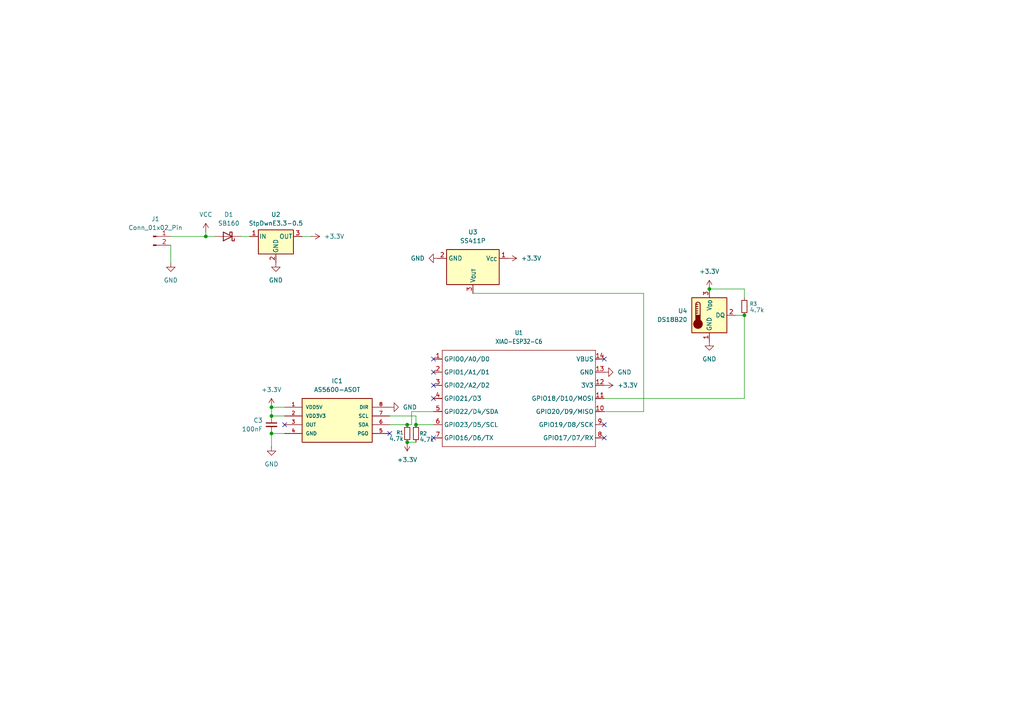
<source format=kicad_sch>
(kicad_sch (version 20250114) (generator "eeschema") (generator_version "9.0")
  (paper "A4")
  (lib_symbols
    (symbol "AS5600-ASOT:AS5600-ASOT" (pin_names (offset 1.016))
      (property "Reference" "IC" (at 6.35 5.08 0))
      (property "Value" "AS5600-ASOT" (at 6.35 -12.7 0))
      (symbol "AS5600-ASOT_0_0"
        (rectangle (start 5.08 -10.16) (end 25.4 2.54) (stroke (width 0.254)) (fill (type background)))
        (pin bidirectional line (at 0 0 0) (length 5.08) (name "VDD5V") (number "1"))
        (pin bidirectional line (at 0 -2.54 0) (length 5.08) (name "VDD3V3") (number "2"))
        (pin bidirectional line (at 0 -5.08 0) (length 5.08) (name "OUT") (number "3"))
        (pin bidirectional line (at 0 -7.62 0) (length 5.08) (name "GND") (number "4"))
        (pin bidirectional line (at 30.48 0 180) (length 5.08) (name "DIR") (number "8"))
        (pin bidirectional line (at 30.48 -2.54 180) (length 5.08) (name "SCL") (number "7"))
        (pin bidirectional line (at 30.48 -5.08 180) (length 5.08) (name "SDA") (number "6"))
        (pin bidirectional line (at 30.48 -7.62 180) (length 5.08) (name "PGO") (number "5"))
      )
    )
    (symbol "Connector:Conn_01x02_Pin" (pin_names (offset 1.016) (hide yes))
      (property "Reference" "J" (at 0 2.54 0))
      (property "Value" "Conn_01x02_Pin" (at 0 -5.08 0))
      (symbol "Conn_01x02_Pin_1_1"
        (rectangle (start 0.8636 0.127) (end 0 -0.127) (stroke (width 0.1524)) (fill (type outline)))
        (rectangle (start 0.8636 -2.413) (end 0 -2.667) (stroke (width 0.1524)) (fill (type outline)))
        (polyline (pts (xy 1.27 0) (xy 0.8636 0)) (stroke (width 0.1524)))
        (polyline (pts (xy 1.27 -2.54) (xy 0.8636 -2.54)) (stroke (width 0.1524)))
        (pin passive line (at 5.08 0 180) (length 3.81) (name "Pin_1") (number "1"))
        (pin passive line (at 5.08 -2.54 180) (length 3.81) (name "Pin_2") (number "2"))
      )
    )
    (symbol "Custom:SS411P"
      (property "Reference" "U" (at 0 11.43 0))
      (property "Value" "SS411P" (at 0 8.89 0))
      (symbol "SS411P_0_1"
        (rectangle (start -5.08 7.62) (end 5.08 -7.62) (stroke (width 0.254)) (fill (type background)))
      )
      (symbol "SS411P_1_1"
        (pin power_in line (at -2.54 10.16 270) (length 2.54) (name "V_{CC}") (number "1"))
        (pin power_in line (at -2.54 -10.16 90) (length 2.54) (name "GND") (number "2"))
        (pin open_collector line (at 7.62 0 180) (length 2.54) (name "V_{OUT}") (number "3"))
      )
    )
    (symbol "Device:C_Small" (pin_numbers (hide yes)) (pin_names (offset 0.254) (hide yes))
      (property "Reference" "C" (at 0.254 1.778 0))
      (property "Value" "C_Small" (at 0.254 -2.032 0))
      (symbol "C_Small_0_1"
        (polyline (pts (xy -1.524 0.508) (xy 1.524 0.508)) (stroke (width 0.3048)))
        (polyline (pts (xy -1.524 -0.508) (xy 1.524 -0.508)) (stroke (width 0.3302)))
      )
      (symbol "C_Small_1_1"
        (pin passive line (at 0 2.54 270) (length 2.032) (name "~") (number "1"))
        (pin passive line (at 0 -2.54 90) (length 2.032) (name "~") (number "2"))
      )
    )
    (symbol "Device:R_Small" (pin_numbers (hide yes)) (pin_names (offset 0.254) (hide yes))
      (property "Reference" "R" (at 0 0 90))
      (property "Value" "R_Small" (at 1.778 0 90))
      (symbol "R_Small_0_1"
        (rectangle (start -0.762 1.778) (end 0.762 -1.778) (stroke (width 0.2032)))
      )
      (symbol "R_Small_1_1"
        (pin passive line (at 0 2.54 270) (length 0.762) (name "~") (number "1"))
        (pin passive line (at 0 -2.54 90) (length 0.762) (name "~") (number "2"))
      )
    )
    (symbol "Diode:SB160" (pin_numbers (hide yes)) (pin_names (offset 1.016) (hide yes))
      (property "Reference" "D" (at 0 2.54 0))
      (property "Value" "SB160" (at 0 -2.54 0))
      (symbol "SB160_0_1"
        (polyline (pts (xy -1.905 0.635) (xy -1.905 1.27) (xy -1.27 1.27) (xy -1.27 -1.27) (xy -0.635 -1.27) (xy -0.635 -0.635)) (stroke (width 0.254)))
        (polyline (pts (xy 1.27 1.27) (xy 1.27 -1.27) (xy -1.27 0) (xy 1.27 1.27)) (stroke (width 0.254)))
        (polyline (pts (xy 1.27 0) (xy -1.27 0)))
      )
      (symbol "SB160_1_1"
        (pin passive line (at -3.81 0 0) (length 2.54) (name "K") (number "1"))
        (pin passive line (at 3.81 0 180) (length 2.54) (name "A") (number "2"))
      )
    )
    (symbol "Regulator_Switching:R-78E3.3-0.5" (pin_names (offset 0.254))
      (property "Reference" "U" (at -3.81 3.175 0))
      (property "Value" "R-78E3.3-0.5" (at 0 3.175 0))
      (symbol "R-78E3.3-0.5_0_1"
        (rectangle (start -5.08 1.905) (end 5.08 -5.08) (stroke (width 0.254)) (fill (type background)))
      )
      (symbol "R-78E3.3-0.5_1_1"
        (pin power_in line (at -7.62 0 0) (length 2.54) (name "IN") (number "1"))
        (pin power_in line (at 0 -7.62 90) (length 2.54) (name "GND") (number "2"))
        (pin power_out line (at 7.62 0 180) (length 2.54) (name "OUT") (number "3"))
      )
    )
    (symbol "Seeed_Studio_XIAO_Series:XIAO_ESP32-C6-DIP"
      (property "Reference" "U" (at -20.574 17.018 0))
      (property "Value" "XIAO-ESP32-C6" (at -15.24 14.986 0))
      (symbol "XIAO_ESP32-C6-DIP_1_0"
        (polyline (pts (xy -21.59 13.97) (xy 22.86 13.97)) (stroke (width 0.1524)))
        (polyline (pts (xy -21.59 11.43) (xy -22.86 11.43)) (stroke (width 0.1524)))
        (polyline (pts (xy -21.59 11.43) (xy -21.59 13.97)) (stroke (width 0.1524)))
        (polyline (pts (xy -21.59 7.62) (xy -22.86 7.62)) (stroke (width 0.1524)))
        (polyline (pts (xy -21.59 7.62) (xy -21.59 11.43)) (stroke (width 0.1524)))
        (polyline (pts (xy -21.59 3.81) (xy -22.86 3.81)) (stroke (width 0.1524)))
        (polyline (pts (xy -21.59 3.81) (xy -21.59 7.62)) (stroke (width 0.1524)))
        (polyline (pts (xy -21.59 0) (xy -22.86 0)) (stroke (width 0.1524)))
        (polyline (pts (xy -21.59 0) (xy -21.59 3.81)) (stroke (width 0.1524)))
        (polyline (pts (xy -21.59 -3.81) (xy -22.86 -3.81)) (stroke (width 0.1524)))
        (polyline (pts (xy -21.59 -7.62) (xy -22.86 -7.62)) (stroke (width 0.1524)))
        (polyline (pts (xy -21.59 -11.43) (xy -22.86 -11.43)) (stroke (width 0.1524)))
        (polyline (pts (xy -21.59 -13.97) (xy -21.59 0)) (stroke (width 0.1524)))
        (polyline (pts (xy 22.86 13.97) (xy 22.86 11.43)) (stroke (width 0.1524)))
        (polyline (pts (xy 22.86 11.43) (xy 22.86 7.62)) (stroke (width 0.1524)))
        (polyline (pts (xy 22.86 7.62) (xy 22.86 3.81)) (stroke (width 0.1524)))
        (polyline (pts (xy 22.86 3.81) (xy 22.86 -13.97)) (stroke (width 0.1524)))
        (polyline (pts (xy 22.86 -13.97) (xy -21.59 -13.97)) (stroke (width 0.1524)))
        (polyline (pts (xy 24.13 11.43) (xy 22.86 11.43)) (stroke (width 0.1524)))
        (polyline (pts (xy 24.13 7.62) (xy 22.86 7.62)) (stroke (width 0.1524)))
        (polyline (pts (xy 24.13 3.81) (xy 22.86 3.81)) (stroke (width 0.1524)))
        (polyline (pts (xy 24.13 0) (xy 22.86 0)) (stroke (width 0.1524)))
        (polyline (pts (xy 24.13 -3.81) (xy 22.86 -3.81)) (stroke (width 0.1524)))
        (polyline (pts (xy 24.13 -7.62) (xy 22.86 -7.62)) (stroke (width 0.1524)))
        (polyline (pts (xy 24.13 -11.43) (xy 22.86 -11.43)) (stroke (width 0.1524)))
        (pin passive line (at -24.13 11.43 0) (length 2.54) (name "GPIO0/A0/D0") (number "1"))
        (pin passive line (at -24.13 7.62 0) (length 2.54) (name "GPIO1/A1/D1") (number "2"))
        (pin passive line (at -24.13 3.81 0) (length 2.54) (name "GPIO2/A2/D2") (number "3"))
        (pin passive line (at -24.13 0 0) (length 2.54) (name "GPIO21/D3") (number "4"))
        (pin passive line (at -24.13 -3.81 0) (length 2.54) (name "GPIO22/D4/SDA") (number "5"))
        (pin passive line (at -24.13 -7.62 0) (length 2.54) (name "GPIO23/D5/SCL") (number "6"))
        (pin passive line (at -24.13 -11.43 0) (length 2.54) (name "GPIO16/D6/TX") (number "7"))
        (pin passive line (at 25.4 11.43 180) (length 2.54) (name "VBUS") (number "14"))
        (pin passive line (at 25.4 7.62 180) (length 2.54) (name "GND") (number "13"))
        (pin passive line (at 25.4 3.81 180) (length 2.54) (name "3V3") (number "12"))
        (pin passive line (at 25.4 0 180) (length 2.54) (name "GPIO18/D10/MOSI") (number "11"))
        (pin passive line (at 25.4 -3.81 180) (length 2.54) (name "GPIO20/D9/MISO") (number "10"))
        (pin passive line (at 25.4 -7.62 180) (length 2.54) (name "GPIO19/D8/SCK") (number "9"))
        (pin passive line (at 25.4 -11.43 180) (length 2.54) (name "GPIO17/D7/RX") (number "8"))
      )
    )
    (symbol "Sensor_Temperature:DS18B20"
      (property "Reference" "U" (at -3.81 6.35 0))
      (property "Value" "DS18B20" (at 6.35 6.35 0))
      (symbol "DS18B20_0_1"
        (rectangle (start -5.08 5.08) (end 5.08 -5.08) (stroke (width 0.254)) (fill (type background)))
        (polyline (pts (xy -3.937 3.175) (xy -3.937 0)) (stroke (width 0.254)))
        (polyline (pts (xy -3.937 3.175) (xy -3.302 3.175)) (stroke (width 0.254)))
        (polyline (pts (xy -3.937 2.54) (xy -3.302 2.54)) (stroke (width 0.254)))
        (polyline (pts (xy -3.937 1.905) (xy -3.302 1.905)) (stroke (width 0.254)))
        (polyline (pts (xy -3.937 1.27) (xy -3.302 1.27)) (stroke (width 0.254)))
        (polyline (pts (xy -3.937 0.635) (xy -3.302 0.635)) (stroke (width 0.254)))
        (arc (start -3.937 3.175) (mid -3.302 3.8073) (end -2.667 3.175) (stroke (width 0.254)))
        (circle (center -3.302 -2.54) (radius 1.27) (stroke (width 0.254)) (fill (type outline)))
        (polyline (pts (xy -2.667 3.175) (xy -2.667 0)) (stroke (width 0.254)))
        (rectangle (start -2.667 -1.905) (end -3.937 0) (stroke (width 0.254)) (fill (type outline)))
      )
      (symbol "DS18B20_1_1"
        (pin power_in line (at 0 7.62 270) (length 2.54) (name "V_{DD}") (number "3"))
        (pin power_in line (at 0 -7.62 90) (length 2.54) (name "GND") (number "1"))
        (pin bidirectional line (at 7.62 0 180) (length 2.54) (name "DQ") (number "2"))
      )
    )
    (symbol "power:+3.3V" (power) (pin_numbers (hide yes)) (pin_names (offset 0) (hide yes))
      (property "Value" "+3.3V" (at 0 3.556 0))
      (symbol "+3.3V_0_1"
        (polyline (pts (xy -0.762 1.27) (xy 0 2.54)))
        (polyline (pts (xy 0 2.54) (xy 0.762 1.27)))
        (polyline (pts (xy 0 0) (xy 0 2.54)))
      )
      (symbol "+3.3V_1_1"
        (pin power_in line (at 0 0 90) (length 0) (name "~") (number "1"))
      )
    )
    (symbol "power:GND" (power) (pin_numbers (hide yes)) (pin_names (offset 0) (hide yes))
      (property "Value" "GND" (at 0 -3.81 0))
      (symbol "GND_0_1"
        (polyline (pts (xy 0 0) (xy 0 -1.27) (xy 1.27 -1.27) (xy 0 -2.54) (xy -1.27 -1.27) (xy 0 -1.27)))
      )
      (symbol "GND_1_1"
        (pin power_in line (at 0 0 270) (length 0) (name "~") (number "1"))
      )
    )
    (symbol "power:VCC" (power) (pin_numbers (hide yes)) (pin_names (offset 0) (hide yes))
      (property "Value" "VCC" (at 0 3.556 0))
      (symbol "VCC_0_1"
        (polyline (pts (xy -0.762 1.27) (xy 0 2.54)))
        (polyline (pts (xy 0 2.54) (xy 0.762 1.27)))
        (polyline (pts (xy 0 0) (xy 0 2.54)))
      )
      (symbol "VCC_1_1"
        (pin power_in line (at 0 0 90) (length 0) (name "~") (number "1"))
      )
    )
  )
  (junction (at 118.11 128.27))
  (junction (at 78.74 120.65))
  (junction (at 215.9 91.44))
  (junction (at 59.69 68.58))
  (junction (at 78.74 118.11))
  (junction (at 118.11 123.19))
  (junction (at 205.74 83.82))
  (junction (at 78.74 125.73))
  (junction (at 120.65 123.19))
  (no_connect (at 125.73 107.95))
  (no_connect (at 82.55 123.19))
  (no_connect (at 175.26 123.19))
  (no_connect (at 125.73 104.14))
  (no_connect (at 175.26 104.14))
  (no_connect (at 125.73 111.76))
  (no_connect (at 175.26 127))
  (no_connect (at 113.03 125.73))
  (no_connect (at 125.73 127))
  (no_connect (at 125.73 115.57))
  (wire (pts (xy 215.9 115.57) (xy 215.9 91.44)))
  (wire (pts (xy 215.9 86.36) (xy 215.9 83.82)))
  (wire (pts (xy 186.69 119.38) (xy 175.26 119.38)))
  (wire (pts (xy 175.26 115.57) (xy 215.9 115.57)))
  (wire (pts (xy 215.9 83.82) (xy 205.74 83.82)))
  (wire (pts (xy 49.53 71.12) (xy 49.53 76.2)))
  (wire (pts (xy 49.53 68.58) (xy 59.69 68.58)))
  (wire (pts (xy 119.38 123.19) (xy 118.11 123.19)))
  (wire (pts (xy 78.74 125.73) (xy 78.74 129.54)))
  (wire (pts (xy 59.69 67.31) (xy 59.69 68.58)))
  (wire (pts (xy 119.38 119.38) (xy 125.73 119.38)))
  (wire (pts (xy 137.16 85.09) (xy 186.69 85.09)))
  (wire (pts (xy 78.74 120.65) (xy 82.55 120.65)))
  (wire (pts (xy 113.03 123.19) (xy 118.11 123.19)))
  (wire (pts (xy 119.38 123.19) (xy 119.38 119.38)))
  (wire (pts (xy 59.69 68.58) (xy 62.23 68.58)))
  (wire (pts (xy 113.03 120.65) (xy 120.65 120.65)))
  (wire (pts (xy 78.74 125.73) (xy 82.55 125.73)))
  (wire (pts (xy 213.36 91.44) (xy 215.9 91.44)))
  (wire (pts (xy 120.65 120.65) (xy 120.65 123.19)))
  (wire (pts (xy 82.55 118.11) (xy 78.74 118.11)))
  (wire (pts (xy 118.11 128.27) (xy 120.65 128.27)))
  (wire (pts (xy 69.85 68.58) (xy 72.39 68.58)))
  (wire (pts (xy 186.69 85.09) (xy 186.69 119.38)))
  (wire (pts (xy 87.63 68.58) (xy 90.17 68.58)))
  (wire (pts (xy 120.65 123.19) (xy 125.73 123.19)))
  (wire (pts (xy 78.74 118.11) (xy 78.74 120.65)))
  (symbol (lib_id "power:+3.3V") (at 78.74 118.11 0) (unit 1)
    (property "Reference" "#PWR06" (effects (hide yes)))
    (property "Value" "+3.3V" (at 78.74 113.03 0))
    (property "Description" "Power symbol creates a global label with name \"+3.3V\"" (effects (hide yes)))
  )
  (symbol (lib_id "Connector:Conn_01x02_Pin") (at 44.45 68.58 0) (unit 1)
    (property "Reference" "J1" (at 45.085 63.5 0))
    (property "Value" "Conn_01x02_Pin" (at 45.085 66.04 0))
    (property "Footprint" "Connector_JST:JST_XH_B2B-XH-A_1x02_P2.50mm_Vertical" (effects (hide yes)))
    (property "Description" "Generic connector, single row, 01x02, script generated" (effects (hide yes)))
  )
  (symbol (lib_id "power:+3.3V") (at 118.11 128.27 180) (unit 1)
    (property "Reference" "#PWR014" (effects (hide yes)))
    (property "Value" "+3.3V" (at 118.11 133.35 0))
    (property "Description" "Power symbol creates a global label with name \"+3.3V\"" (effects (hide yes)))
  )
  (symbol (lib_id "Seeed_Studio_XIAO_Series:XIAO_ESP32-C6-DIP") (at 149.86 115.57 0) (unit 1)
    (property "Reference" "U1" (at 150.495 96.52 0) (effects (font (size 1.27 1.0795))))
    (property "Value" "XIAO-ESP32-C6" (at 150.495 99.06 0) (effects (font (size 1.27 1.0795))))
    (property "Footprint" "Seeed Studio XIAO Series Library:XIAO-ESP32C6-THT" (effects (hide yes)))
    (property "SKU" "XIAO-DIP" (effects (hide yes)))
  )
  (symbol (lib_id "power:GND") (at 80.01 76.2 0) (unit 1)
    (property "Reference" "#PWR03" (effects (hide yes)))
    (property "Value" "GND" (at 80.01 81.28 0))
    (property "Description" "Power symbol creates a global label with name \"GND\" , ground" (effects (hide yes)))
  )
  (symbol (lib_id "power:GND") (at 78.74 129.54 0) (unit 1)
    (property "Reference" "#PWR05" (effects (hide yes)))
    (property "Value" "GND" (at 78.74 134.62 0))
    (property "Description" "Power symbol creates a global label with name \"GND\" , ground" (effects (hide yes)))
  )
  (symbol (lib_id "power:GND") (at 113.03 118.11 90) (unit 1)
    (property "Reference" "#PWR011" (effects (hide yes)))
    (property "Value" "GND" (at 116.84 118.1099 90) (effects (justify right)))
    (property "Description" "Power symbol creates a global label with name \"GND\" , ground" (effects (hide yes)))
  )
  (symbol (lib_id "power:GND") (at 127 74.93 270) (unit 1)
    (property "Reference" "#PWR09" (effects (hide yes)))
    (property "Value" "GND" (at 123.19 74.9299 90) (effects (justify right)))
    (property "Description" "Power symbol creates a global label with name \"GND\" , ground" (effects (hide yes)))
  )
  (symbol (lib_id "Custom:SS411P") (at 137.16 77.47 270) (unit 1)
    (property "Reference" "U3" (at 137.16 67.31 90))
    (property "Value" "SS411P" (at 137.16 69.85 90))
    (property "Footprint" "Custom:SS411P" (effects (hide yes)))
    (property "Datasheet" "https://prod-edam.honeywell.com/content/dam/honeywell-edam/sps/siot/en-us/products/sensors/magnetic-sensors/bipolar-position-sensor-ics/common/documents/sps-siot-ss311pt-ss411p-product-sheet-005914-1-en-ciid-45288.pdf" (effects (hide yes)))
    (property "Description" "Hall effect switch, unipolar (south-polarity), Bop=100G, Brp=45G, 3.8-24V supply, SOT-23W" (effects (hide yes)))
  )
  (symbol (lib_id "power:GND") (at 205.74 99.06 0) (unit 1)
    (property "Reference" "#PWR012" (effects (hide yes)))
    (property "Value" "GND" (at 205.74 104.14 0))
    (property "Description" "Power symbol creates a global label with name \"GND\" , ground" (effects (hide yes)))
  )
  (symbol (lib_id "Diode:SB160") (at 66.04 68.58 180) (unit 1)
    (property "Reference" "D1" (at 66.3575 62.23 0))
    (property "Value" "SB160" (at 66.3575 64.77 0))
    (property "Footprint" "Diode_THT:D_DO-41_SOD81_P7.62mm_Horizontal" (effects (hide yes)))
    (property "Datasheet" "http://www.diodes.com/_files/datasheets/ds23022.pdf" (effects (hide yes)))
    (property "Description" "60V 1A Schottky Barrier Rectifier Diode, DO-41" (effects (hide yes)))
  )
  (symbol (lib_id "Device:R_Small") (at 120.65 125.73 0) (unit 1)
    (property "Reference" "R2" (at 121.666 125.73 0) (effects (font (size 1.016 1.016)) (justify left)))
    (property "Value" "4.7k" (at 121.666 127.508 0) (effects (justify left)))
    (property "Footprint" "Resistor_THT:R_Axial_DIN0207_L6.3mm_D2.5mm_P7.62mm_Horizontal" (effects (hide yes)))
    (property "Description" "Resistor, small symbol" (effects (hide yes)))
  )
  (symbol (lib_id "power:+3.3V") (at 90.17 68.58 270) (unit 1)
    (property "Reference" "#PWR07" (effects (hide yes)))
    (property "Value" "+3.3V" (at 93.98 68.5799 90) (effects (justify left)))
    (property "Description" "Power symbol creates a global label with name \"+3.3V\"" (effects (hide yes)))
  )
  (symbol (lib_id "power:+3.3V") (at 205.74 83.82 0) (unit 1)
    (property "Reference" "#PWR013" (effects (hide yes)))
    (property "Value" "+3.3V" (at 205.74 78.74 0))
    (property "Description" "Power symbol creates a global label with name \"+3.3V\"" (effects (hide yes)))
  )
  (symbol (lib_id "Sensor_Temperature:DS18B20") (at 205.74 91.44 0) (unit 1)
    (property "Reference" "U4" (at 199.39 90.1699 0) (effects (justify right)))
    (property "Value" "DS18B20" (at 199.39 92.7099 0) (effects (justify right)))
    (property "Footprint" "Package_TO_SOT_THT:TO-92_Inline_Wide" (effects (hide yes)))
    (property "Datasheet" "http://datasheets.maximintegrated.com/en/ds/DS18B20.pdf" (effects (hide yes)))
    (property "Description" "Programmable Resolution 1-Wire Digital Thermometer TO-92" (effects (hide yes)))
  )
  (symbol (lib_id "power:GND") (at 49.53 76.2 0) (unit 1)
    (property "Reference" "#PWR016" (effects (hide yes)))
    (property "Value" "GND" (at 49.53 81.28 0))
    (property "Description" "Power symbol creates a global label with name \"GND\" , ground" (effects (hide yes)))
  )
  (symbol (lib_id "power:+3.3V") (at 175.26 111.76 270) (unit 1)
    (property "Reference" "#PWR08" (effects (hide yes)))
    (property "Value" "+3.3V" (at 179.07 111.7599 90) (effects (justify left)))
    (property "Description" "Power symbol creates a global label with name \"+3.3V\"" (effects (hide yes)))
  )
  (symbol (lib_id "Device:R_Small") (at 215.9 88.9 0) (unit 1)
    (property "Reference" "R3" (at 217.424 88.138 0) (effects (font (size 1.016 1.016)) (justify left)))
    (property "Value" "4.7k" (at 217.424 89.916 0) (effects (justify left)))
    (property "Footprint" "Resistor_THT:R_Axial_DIN0207_L6.3mm_D2.5mm_P7.62mm_Horizontal" (effects (hide yes)))
    (property "Description" "Resistor, small symbol" (effects (hide yes)))
  )
  (symbol (lib_id "power:VCC") (at 59.69 67.31 0) (unit 1)
    (property "Reference" "#PWR015" (effects (hide yes)))
    (property "Value" "VCC" (at 59.69 62.23 0))
    (property "Description" "Power symbol creates a global label with name \"VCC\"" (effects (hide yes)))
  )
  (symbol (lib_id "power:+3.3V") (at 147.32 74.93 270) (unit 1)
    (property "Reference" "#PWR010" (effects (hide yes)))
    (property "Value" "+3.3V" (at 151.13 74.9299 90) (effects (justify left)))
    (property "Description" "Power symbol creates a global label with name \"+3.3V\"" (effects (hide yes)))
  )
  (symbol (lib_id "Regulator_Switching:R-78E3.3-0.5") (at 80.01 68.58 0) (unit 1)
    (property "Reference" "U2" (at 80.01 62.23 0))
    (property "Value" "StpDwnE3.3-0.5" (at 80.01 64.77 0))
    (property "Footprint" "Custom:CONV_R-78K3.3-0.5" (effects (hide yes)))
    (property "Datasheet" "https://www.recom-power.com/pdf/Innoline/R-78Exx-0.5.pdf" (effects (hide yes)))
    (property "Description" "500mA Step-Down DC/DC-Regulator, 6-28V input, 3.3V fixed Output Voltage, LM78xx replacement, -40°C to +85°C, SIP3" (effects (hide yes)))
  )
  (symbol (lib_id "Device:R_Small") (at 118.11 125.73 0) (mirror y) (unit 1)
    (property "Reference" "R1" (at 117.094 125.476 0) (effects (font (size 1.016 1.016)) (justify left)))
    (property "Value" "4.7k" (at 117.094 127.254 0) (effects (justify left)))
    (property "Footprint" "Resistor_THT:R_Axial_DIN0207_L6.3mm_D2.5mm_P7.62mm_Horizontal" (effects (hide yes)))
    (property "Description" "Resistor, small symbol" (effects (hide yes)))
  )
  (symbol (lib_id "power:GND") (at 175.26 107.95 90) (unit 1)
    (property "Reference" "#PWR04" (effects (hide yes)))
    (property "Value" "GND" (at 179.07 107.9499 90) (effects (justify right)))
    (property "Description" "Power symbol creates a global label with name \"GND\" , ground" (effects (hide yes)))
  )
  (symbol (lib_id "Device:C_Small") (at 78.74 123.19 0) (mirror y) (unit 1)
    (property "Reference" "C3" (at 76.2 121.9262 0) (effects (justify left)))
    (property "Value" "100nF" (at 76.2 124.4662 0) (effects (justify left)))
    (property "Footprint" "Capacitor_THT:C_Disc_D4.7mm_W2.5mm_P5.00mm" (effects (hide yes)))
    (property "Description" "Unpolarized capacitor, small symbol" (effects (hide yes)))
  )
  (symbol (lib_id "AS5600-ASOT:AS5600-ASOT") (at 82.55 118.11 0) (unit 1)
    (property "Reference" "IC1" (at 97.79 110.49 0))
    (property "Value" "AS5600-ASOT" (at 97.79 113.03 0))
    (property "Footprint" "AS5600-ASOT:SOIC127P600X175-8N" (effects (hide yes)))
    (property "Datasheet" "kicad-embed://AS5600_DS000365_5-00.pdf" (effects (hide yes)))
    (property "Description" "Board Mount Hall Effect / Magnetic Sensors AS5600 Magnetic Sensor 12-Bit" (effects (hide yes)))
    (property "MANUFACTURER_NAME" "ams" (effects (hide yes)))
    (property "MF" "ams" (effects (hide yes)))
    (property "MOUSER_PRICE-STOCK" "https://www.mouser.co.uk/ProductDetail/ams/AS5600-ASOT?qs=KTMMzrZdriGJpjhsnAEYBA%3D%3D" (effects (hide yes)))
    (property "DESCRIPTION" "Board Mount Hall Effect / Magnetic Sensors AS5600 Magnetic Sensor 12-Bit" (effects (hide yes)))
    (property "MOUSER_PART_NUMBER" "985-AS5600-ASOT" (effects (hide yes)))
    (property "Price" "None" (effects (hide yes)))
    (property "Package" "SOIC-8 ams" (effects (hide yes)))
    (property "Check_prices" "https://www.snapeda.com/parts/AS5600-ASOT/ams/view-part/?ref=eda" (effects (hide yes)))
    (property "HEIGHT" "1.75mm" (effects (hide yes)))
    (property "MP" "AS5600-ASOT" (effects (hide yes)))
    (property "SnapEDA_Link" "https://www.snapeda.com/parts/AS5600-ASOT/ams/view-part/?ref=snap" (effects (hide yes)))
    (property "ARROW_PRICE-STOCK" "https://www.arrow.com/en/products/as5600-asot/ams-ag?region=nac" (effects (hide yes)))
    (property "ARROW_PART_NUMBER" "AS5600-ASOT" (effects (hide yes)))
    (property "Description_1" "Hall Effect Sensor Angle External Magnet, Not Included Gull Wing" (effects (hide yes)))
    (property "Availability" "In Stock" (effects (hide yes)))
    (property "MANUFACTURER_PART_NUMBER" "AS5600-ASOT" (effects (hide yes)))
  )
)
</source>
